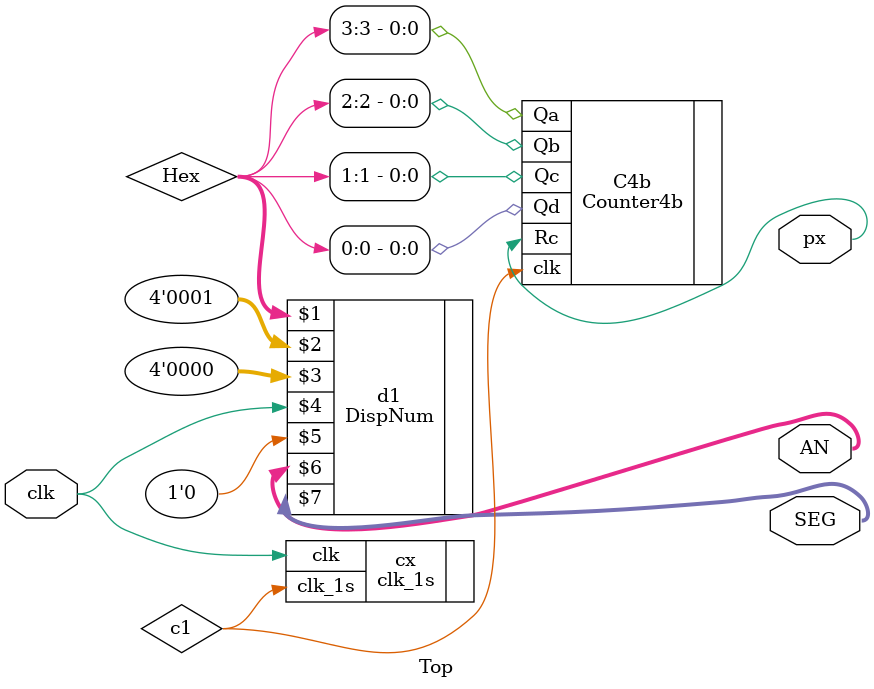
<source format=v>
`timescale 1ns / 1ps
module Top(
	 input wire clk,
	 output wire [3:0]AN,
	 output wire [7:0]SEG,
	 output wire px
    );
	
	wire c1;
	wire [15:0]Hex;
	
	clk_1s
		cx(.clk(clk),.clk_1s(c1));
	
	Counter4b
		C4b(.clk(c1),.Qa(Hex[3]),.Qb(Hex[2]),.Qc(Hex[1]),.Qd(Hex[0]),.Rc(px));
	
	DispNum
		d1(Hex[15:0],4'h1,4'h0,clk,1'b0,AN[3:0],SEG[7:0]);
endmodule

</source>
